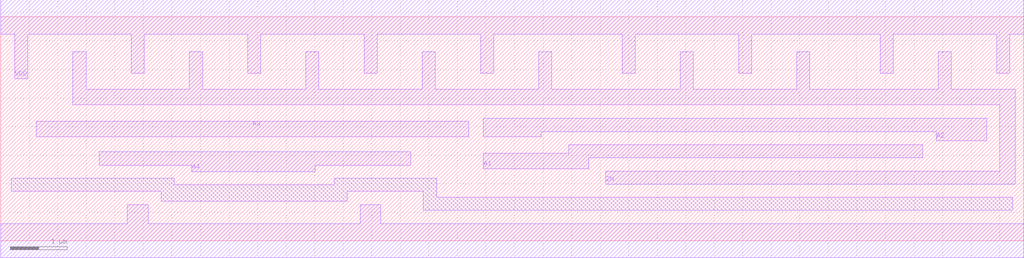
<source format=lef>
# Copyright 2022 GlobalFoundries PDK Authors
#
# Licensed under the Apache License, Version 2.0 (the "License");
# you may not use this file except in compliance with the License.
# You may obtain a copy of the License at
#
#      http://www.apache.org/licenses/LICENSE-2.0
#
# Unless required by applicable law or agreed to in writing, software
# distributed under the License is distributed on an "AS IS" BASIS,
# WITHOUT WARRANTIES OR CONDITIONS OF ANY KIND, either express or implied.
# See the License for the specific language governing permissions and
# limitations under the License.

MACRO gf180mcu_fd_sc_mcu7t5v0__nand4_4
  CLASS core ;
  FOREIGN gf180mcu_fd_sc_mcu7t5v0__nand4_4 0.0 0.0 ;
  ORIGIN 0 0 ;
  SYMMETRY X Y ;
  SITE GF018hv5v_mcu_sc7 ;
  SIZE 17.92 BY 3.92 ;
  PIN A1
    DIRECTION INPUT ;
    ANTENNAGATEAREA 3.658 ;
    PORT
      LAYER Metal1 ;
        POLYGON 8.45 1.265 10.3 1.265 10.3 1.45 16.155 1.45 16.155 1.68 9.95 1.68 9.95 1.535 8.45 1.535  ;
    END
  END A1
  PIN A2
    DIRECTION INPUT ;
    ANTENNAGATEAREA 3.658 ;
    PORT
      LAYER Metal1 ;
        POLYGON 8.45 1.825 9.47 1.825 9.47 1.91 16.385 1.91 16.385 1.75 17.27 1.75 17.27 2.15 8.45 2.15  ;
    END
  END A2
  PIN A3
    DIRECTION INPUT ;
    ANTENNAGATEAREA 3.658 ;
    PORT
      LAYER Metal1 ;
        POLYGON 0.62 1.825 8.2 1.825 8.2 2.095 0.62 2.095  ;
    END
  END A3
  PIN A4
    DIRECTION INPUT ;
    ANTENNAGATEAREA 3.658 ;
    PORT
      LAYER Metal1 ;
        POLYGON 1.73 1.325 3.345 1.325 3.345 1.21 5.51 1.21 5.51 1.325 7.18 1.325 7.18 1.555 1.73 1.555  ;
    END
  END A4
  PIN ZN
    DIRECTION OUTPUT ;
    ANTENNADIFFAREA 5.1796 ;
    PORT
      LAYER Metal1 ;
        POLYGON 1.265 2.38 17.505 2.38 17.505 1.22 10.6 1.22 10.6 0.99 17.73 0.99 17.775 0.99 17.775 2.655 17.73 2.655 16.655 2.655 16.655 3.31 16.425 3.31 16.425 2.655 14.175 2.655 14.175 3.31 13.945 3.31 13.945 2.655 12.135 2.655 12.135 3.31 11.905 3.31 11.905 2.655 9.655 2.655 9.655 3.31 9.425 3.31 9.425 2.655 7.615 2.655 7.615 3.31 7.385 3.31 7.385 2.655 5.575 2.655 5.575 3.31 5.345 3.31 5.345 2.655 3.535 2.655 3.535 3.31 3.305 3.31 3.305 2.655 1.495 2.655 1.495 3.31 1.265 3.31  ;
    END
  END ZN
  PIN VDD
    DIRECTION INOUT ;
    USE power ;
    SHAPE ABUTMENT ;
    PORT
      LAYER Metal1 ;
        POLYGON 0 3.62 0.245 3.62 0.245 2.84 0.475 2.84 0.475 3.62 2.285 3.62 2.285 2.935 2.515 2.935 2.515 3.62 4.325 3.62 4.325 2.935 4.555 2.935 4.555 3.62 6.365 3.62 6.365 2.935 6.595 2.935 6.595 3.62 8.405 3.62 8.405 2.935 8.635 2.935 8.635 3.62 10.885 3.62 10.885 2.935 11.115 2.935 11.115 3.62 12.925 3.62 12.925 2.935 13.155 2.935 13.155 3.62 15.405 3.62 15.405 2.935 15.635 2.935 15.635 3.62 17.445 3.62 17.445 2.935 17.675 2.935 17.675 3.62 17.73 3.62 17.92 3.62 17.92 4.22 17.73 4.22 0 4.22  ;
    END
  END VDD
  PIN VSS
    DIRECTION INOUT ;
    USE ground ;
    SHAPE ABUTMENT ;
    PORT
      LAYER Metal1 ;
        POLYGON 0 -0.3 17.92 -0.3 17.92 0.3 6.66 0.3 6.66 0.635 6.3 0.635 6.3 0.3 2.58 0.3 2.58 0.635 2.22 0.635 2.22 0.3 0 0.3  ;
    END
  END VSS
  OBS
      LAYER Metal1 ;
        POLYGON 0.18 0.865 2.81 0.865 2.81 0.69 6.07 0.69 6.07 0.865 7.405 0.865 7.405 0.53 17.73 0.53 17.73 0.76 7.635 0.76 7.635 1.095 5.84 1.095 5.84 0.98 3.04 0.98 3.04 1.095 0.18 1.095  ;
  END
END gf180mcu_fd_sc_mcu7t5v0__nand4_4

</source>
